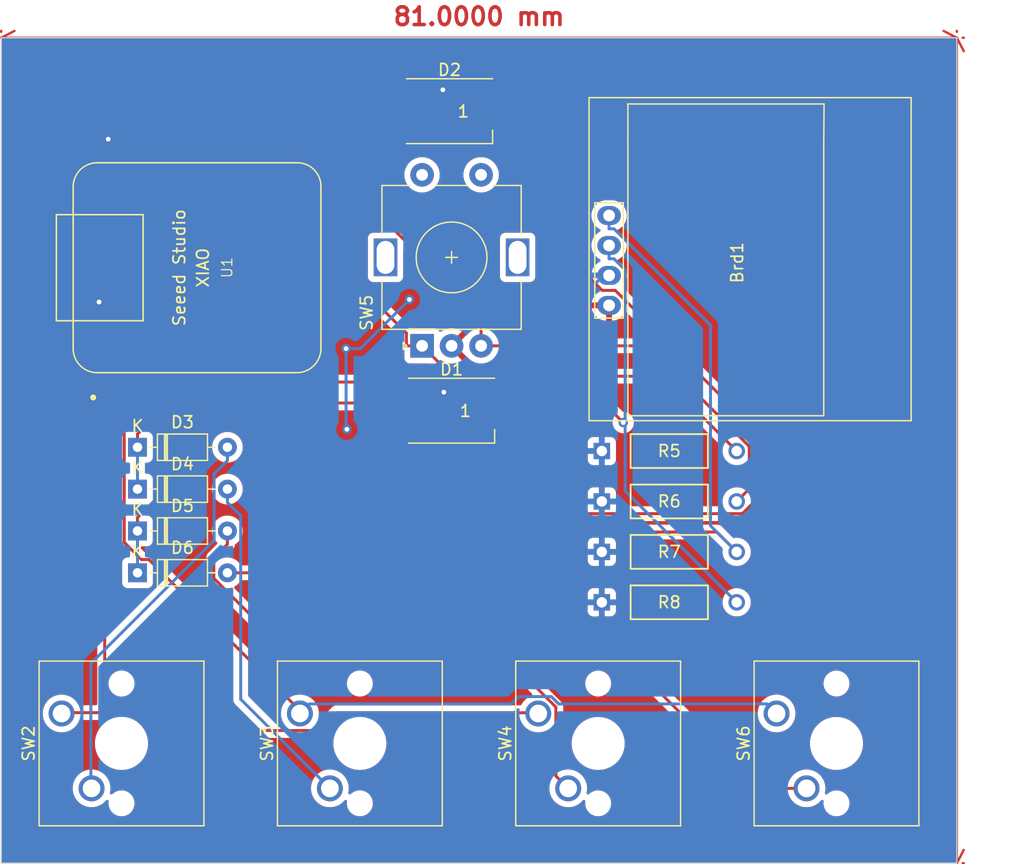
<source format=kicad_pcb>
(kicad_pcb (version 20221018) (generator pcbnew)
  (layers (0 "F.Cu" signal) (31 "B.Cu" signal) (34 "B.Paste" user) (35 "F.Paste" user) (36 "B.SilkS" user "B.Silkscreen") (37 "F.SilkS" user "F.Silkscreen") (38 "B.Mask" user) (39 "F.Mask" user) (44 "Edge.Cuts" user))
  (net 0 "")
  (net 1 "SCL")
  (net 2 "SDA")
  (net 3 "Net-(D1-DOUT)")
  (net 4 "GND")
  (net 5 "+3V3")
  (net 6 "NEO_DIN")
  (net 8 "+5V")
  (net 9 "ENC_A")
  (net 10 "ENC_B")
  (net 11 "ROW0")
  (net 16 "Net-(D3-A)")
  (net 17 "Net-(D4-A)")
  (net 18 "ROW1")
  (net 19 "Net-(D5-A)")
  (net 20 "Net-(D6-A)")
  (net 21 "COL0")
  (net 22 "COL1")
  (footprint "LED_SMD:LED_WS2812B_PLCC4_5.0x5.0mm_P3.2mm" (layer "F.Cu") (at 192.075 65.925)
    (fp_text reference "D1" (at 0 -3.5) (layer "F.SilkS"))
    (fp_text value "WS2812B")
    (fp_text user "1" (at 1.175 0.025) (layer "F.SilkS"))
    (fp_line (start -3.65 -2.75) (end 3.65 -2.75) (stroke (width 0.12)) (layer "F.SilkS"))
    (fp_line (start -3.65 2.75) (end 3.65 2.75) (stroke (width 0.12)) (layer "F.SilkS"))
    (fp_line (start 3.65 2.75) (end 3.65 1.6) (stroke (width 0.12)) (layer "F.SilkS"))
    (pad "1" smd rect (at -2.45 -1.65) (size 1.5 0.9) (layers "F.Cu" "F.Paste" "F.Mask") (net 8 "+5V"))
    (pad "2" smd rect (at -2.45 1.65) (size 1.5 0.9) (layers "F.Cu" "F.Paste" "F.Mask") (net 3 "Net-(D1-DOUT)"))
    (pad "3" smd rect (at 2.45 1.65) (size 1.5 0.9) (layers "F.Cu" "F.Paste" "F.Mask") (net 4 "GND"))
    (pad "4" smd rect (at 2.45 -1.65) (size 1.5 0.9) (layers "F.Cu" "F.Paste" "F.Mask") (net 6 "NEO_DIN"))
  )
  (footprint "RF:XIAO-SAMD21-RP2040-14P-2.54-21X17.8MM (Seeeduino XIAO)" (layer "F.Cu") (at 170.5 53.8 90)
    (fp_text reference "U1" (at 0 2.54 90) (layer "F.SilkS") (effects (font (size 0.889 0.889) (thickness 0.1016))))
    (fp_text value "Seeed Studio XIAO SAMD21" hide)
    (fp_text user "Seeed Studio" (at 0 -1.5 90 unlocked) (layer "F.SilkS"))
    (fp_text user "XIAO" (at 0 0.5 90 unlocked) (layer "F.SilkS"))
    (fp_line (start -8.9 -8.5) (end -8.9 8.5) (stroke (width 0.127)) (layer "F.SilkS"))
    (fp_line (start -6.9 10.5) (end 6.9 10.5) (stroke (width 0.127)) (layer "F.SilkS"))
    (fp_line (start -4.5 -11.92403) (end 4.5 -11.92403) (stroke (width 0.127)) (layer "F.SilkS"))
    (fp_line (start -4.5 -4.57073) (end -4.5 -11.92403) (stroke (width 0.127)) (layer "F.SilkS"))
    (fp_line (start 4.5 -11.92403) (end 4.5 -4.57073) (stroke (width 0.127)) (layer "F.SilkS"))
    (fp_line (start 4.5 -4.57073) (end -4.5 -4.57073) (stroke (width 0.127)) (layer "F.SilkS"))
    (fp_line (start 6.9 -10.49909) (end -6.9 -10.49909) (stroke (width 0.127)) (layer "F.SilkS"))
    (fp_line (start 8.9 8.5) (end 8.9 -8.5) (stroke (width 0.127)) (layer "F.SilkS"))
    (fp_arc (start -8.9 -8.5) (mid -8.301491 -9.901491) (end -6.9 -10.5) (stroke (width 0.12)) (layer "F.SilkS"))
    (fp_arc (start -6.9 10.5) (mid -8.301423 9.901423) (end -8.9 8.5) (stroke (width 0.12)) (layer "F.SilkS"))
    (fp_arc (start 6.9 -10.5) (mid 8.301491 -9.901491) (end 8.9 -8.5) (stroke (width 0.12)) (layer "F.SilkS"))
    (fp_arc (start 8.9 8.5) (mid 8.314214 9.914214) (end 6.9 10.5) (stroke (width 0.12)) (layer "F.SilkS"))
    (fp_circle (center -11 -8.8) (end -11 -9.054) (fill solid) (layer "F.SilkS"))
    (fp_poly (pts (xy -8.887715 -8.561705) (xy -8.884667 -8.610473) (xy -8.880603 -8.659494)) (stroke (width 0.0254)) (fill none) (layer "F.SilkS"))
    (fp_poly (pts (xy 8.889492 8.521574) (xy 8.887713 8.57085) (xy 8.884665 8.619618) (xy 8.880601 8.668639) (xy 8.875268 8.717407) (xy 8.868664 8.766175) (xy 8.861044 8.81469) (xy 8.852153 8.86295) (xy 8.842248 8.910955)) (stroke (width 0.0254)) (fill none) (layer "F.SilkS"))
    (pad "1" smd rect (at -8.5 -7.62 90) (size 3 2) (layers "F.Cu" "F.Paste" "F.Mask") (net 21 "COL0"))
    (pad "2" smd rect (at -8.5 -5.08 90) (size 3 2) (layers "F.Cu" "F.Paste" "F.Mask") (net 22 "COL1"))
    (pad "3" smd rect (at -8.5 -2.54 90) (size 3 2) (layers "F.Cu" "F.Paste" "F.Mask") (net 11 "ROW0"))
    (pad "4" smd rect (at -8.5 0 90) (size 3 2) (layers "F.Cu" "F.Paste" "F.Mask") (net 18 "ROW1"))
    (pad "5" smd rect (at -8.5 2.54 90) (size 3 2) (layers "F.Cu" "F.Paste" "F.Mask") (net 2 "SDA"))
    (pad "6" smd rect (at -8.5 5.08 270) (size 3 2) (layers "F.Cu" "F.Paste" "F.Mask") (net 1 "SCL"))
    (pad "7" smd rect (at -8.5 7.62 90) (size 3 2) (layers "F.Cu" "F.Paste" "F.Mask") (net 6 "NEO_DIN"))
    (pad "8" smd rect (at 8.5 7.62 90) (size 3 2) (layers "F.Cu" "F.Paste" "F.Mask"))
    (pad "9" smd rect (at 8.5 5.08 90) (size 3 2) (layers "F.Cu" "F.Paste" "F.Mask"))
    (pad "10" smd rect (at 8.5 2.54 90) (size 3 2) (layers "F.Cu" "F.Paste" "F.Mask") (net 9 "ENC_A"))
    (pad "11" smd rect (at 8.5 0 90) (size 3 2) (layers "F.Cu" "F.Paste" "F.Mask") (net 10 "ENC_B"))
    (pad "12" smd rect (at 8.5 -2.54 90) (size 3 2) (layers "F.Cu" "F.Paste" "F.Mask") (net 5 "+3V3"))
    (pad "13" smd rect (at 8.5 -5.08 90) (size 3 2) (layers "F.Cu" "F.Paste" "F.Mask") (net 4 "GND"))
    (pad "14" smd rect (at 8.5 -7.62 90) (size 3 2) (layers "F.Cu" "F.Paste" "F.Mask") (net 8 "+5V"))
    (pad "15" smd circle (at -1.27 -8.39 180) (size 1.5 1.5) (layers "F.Cu" "F.Paste" "F.Mask") (net 8 "+5V"))
    (pad "16" smd circle (at 1.27 -8.39 180) (size 1.5 1.5) (layers "F.Cu" "F.Paste" "F.Mask") (net 4 "GND"))
    (pad "17" smd circle (at -1.27 -5.85 180) (size 1.5 1.5) (layers "F.Cu" "F.Paste" "F.Mask"))
    (pad "18" smd circle (at 1.27 -5.85 180) (size 1.5 1.5) (layers "F.Cu" "F.Paste" "F.Mask"))
    (pad "19" smd rect (at -1.27 8.6 180) (size 2.3 1.3) (layers "F.Cu" "F.Paste" "F.Mask"))
    (pad "20" smd rect (at 1.27 8.6 180) (size 2.3 1.3) (layers "F.Cu" "F.Paste" "F.Mask") (net 4 "GND"))
  )
  (footprint "Diode_THT:D_DO-35_SOD27_P7.62mm_Horizontal" (layer "F.Cu") (at 165.455 79.675)
    (fp_text reference "D6" (at 3.81 -2.12) (layer "F.SilkS"))
    (fp_text value "D")
    (fp_text user "K" (at 0 -1.8) (layer "F.SilkS"))
    (fp_line (start 1.04 0) (end 1.69 0) (stroke (width 0.12)) (layer "F.SilkS"))
    (fp_line (start 1.69 -1.12) (end 1.69 1.12) (stroke (width 0.12)) (layer "F.SilkS"))
    (fp_line (start 1.69 1.12) (end 5.93 1.12) (stroke (width 0.12)) (layer "F.SilkS"))
    (fp_line (start 2.29 -1.12) (end 2.29 1.12) (stroke (width 0.12)) (layer "F.SilkS"))
    (fp_line (start 2.41 -1.12) (end 2.41 1.12) (stroke (width 0.12)) (layer "F.SilkS"))
    (fp_line (start 2.53 -1.12) (end 2.53 1.12) (stroke (width 0.12)) (layer "F.SilkS"))
    (fp_line (start 5.93 -1.12) (end 1.69 -1.12) (stroke (width 0.12)) (layer "F.SilkS"))
    (fp_line (start 5.93 1.12) (end 5.93 -1.12) (stroke (width 0.12)) (layer "F.SilkS"))
    (fp_line (start 6.58 0) (end 5.93 0) (stroke (width 0.12)) (layer "F.SilkS"))
    (pad "1" thru_hole rect (at 0 0) (size 1.6 1.6) (drill 0.8) (layers "*.Cu" "*.Mask") (net 18 "ROW1"))
    (pad "2" thru_hole oval (at 7.62 0) (size 1.6 1.6) (drill 0.8) (layers "*.Cu" "*.Mask") (net 20 "Net-(D6-A)"))
  )
  (footprint "Diode_THT:D_DO-35_SOD27_P7.62mm_Horizontal" (layer "F.Cu") (at 165.455 69.025)
    (fp_text reference "D3" (at 3.81 -2.12) (layer "F.SilkS"))
    (fp_text value "D")
    (fp_text user "K" (at 0 -1.8) (layer "F.SilkS"))
    (fp_line (start 1.04 0) (end 1.69 0) (stroke (width 0.12)) (layer "F.SilkS"))
    (fp_line (start 1.69 -1.12) (end 1.69 1.12) (stroke (width 0.12)) (layer "F.SilkS"))
    (fp_line (start 1.69 1.12) (end 5.93 1.12) (stroke (width 0.12)) (layer "F.SilkS"))
    (fp_line (start 2.29 -1.12) (end 2.29 1.12) (stroke (width 0.12)) (layer "F.SilkS"))
    (fp_line (start 2.41 -1.12) (end 2.41 1.12) (stroke (width 0.12)) (layer "F.SilkS"))
    (fp_line (start 2.53 -1.12) (end 2.53 1.12) (stroke (width 0.12)) (layer "F.SilkS"))
    (fp_line (start 5.93 -1.12) (end 1.69 -1.12) (stroke (width 0.12)) (layer "F.SilkS"))
    (fp_line (start 5.93 1.12) (end 5.93 -1.12) (stroke (width 0.12)) (layer "F.SilkS"))
    (fp_line (start 6.58 0) (end 5.93 0) (stroke (width 0.12)) (layer "F.SilkS"))
    (pad "1" thru_hole rect (at 0 0) (size 1.6 1.6) (drill 0.8) (layers "*.Cu" "*.Mask") (net 11 "ROW0"))
    (pad "2" thru_hole oval (at 7.62 0) (size 1.6 1.6) (drill 0.8) (layers "*.Cu" "*.Mask") (net 16 "Net-(D3-A)"))
  )
  (footprint "Button_Switch_Keyboard:SW_Cherry_MX_1.00u_PCB" (layer "F.Cu") (at 159.02 91.605 90)
    (fp_text reference "SW2" (at -2.54 -2.794 90) (layer "F.SilkS"))
    (fp_text value "SW_Push")
    (fp_line (start -9.525 -1.905) (end 4.445 -1.905) (stroke (width 0.12)) (layer "F.SilkS"))
    (fp_line (start -9.525 12.065) (end -9.525 -1.905) (stroke (width 0.12)) (layer "F.SilkS"))
    (fp_line (start 4.445 -1.905) (end 4.445 12.065) (stroke (width 0.12)) (layer "F.SilkS"))
    (fp_line (start 4.445 12.065) (end -9.525 12.065) (stroke (width 0.12)) (layer "F.SilkS"))
    (pad "" np_thru_hole circle (at -7.62 5.08 90) (size 1.7 1.7) (drill 1.7) (layers "*.Cu" "*.Mask"))
    (pad "" np_thru_hole circle (at -2.54 5.08 90) (size 4 4) (drill 4) (layers "*.Cu" "*.Mask"))
    (pad "" np_thru_hole circle (at 2.54 5.08 90) (size 1.7 1.7) (drill 1.7) (layers "*.Cu" "*.Mask"))
    (pad "1" thru_hole circle (at 0 0 90) (size 2.2 2.2) (drill 1.5) (layers "*.Cu" "*.Mask") (net 21 "COL0"))
    (pad "2" thru_hole circle (at -6.35 2.54 90) (size 2.2 2.2) (drill 1.5) (layers "*.Cu" "*.Mask") (net 16 "Net-(D3-A)"))
  )
  (footprint "Display:SSD1306_128x64" (layer "F.Cu") (at 216.025 53.375 90)
    (fp_text reference "Brd1" (at 0 0.254 90) (layer "F.SilkS"))
    (fp_text value "SSD1306")
    (fp_line (start -13.4 -12.3) (end 14 -12.3) (stroke (width 0.12)) (layer "F.SilkS"))
    (fp_line (start -13.4 15) (end -13.4 -12.3) (stroke (width 0.12)) (layer "F.SilkS"))
    (fp_line (start -12.978 -9.005) (end 10.122 -9.005) (stroke (width 0.12)) (layer "F.SilkS"))
    (fp_line (start -12.978 7.595) (end -12.978 -9.005) (stroke (width 0.12)) (layer "F.SilkS"))
    (fp_line (start -4.699 -11.811) (end -4.699 -9.398) (stroke (width 0.12)) (layer "F.SilkS"))
    (fp_line (start -4.699 -11.811) (end 5.08 -11.811) (stroke (width 0.12)) (layer "F.SilkS"))
    (fp_line (start 5.08 -11.811) (end 5.08 -9.398) (stroke (width 0.12)) (layer "F.SilkS"))
    (fp_line (start 5.08 -9.398) (end -4.699 -9.398) (stroke (width 0.12)) (layer "F.SilkS"))
    (fp_line (start 10.122 -9.005) (end 13.208 -9.005) (stroke (width 0.12)) (layer "F.SilkS"))
    (fp_line (start 10.122 7.595) (end -12.978 7.595) (stroke (width 0.12)) (layer "F.SilkS"))
    (fp_line (start 10.122 7.595) (end 13.462 7.62) (stroke (width 0.12)) (layer "F.SilkS"))
    (fp_line (start 13.462 -9.017) (end 13.208 -9.005) (stroke (width 0.12)) (layer "F.SilkS"))
    (fp_line (start 13.462 7.62) (end 13.462 -9.017) (stroke (width 0.12)) (layer "F.SilkS"))
    (fp_line (start 14 -12.3) (end 14 15) (stroke (width 0.12)) (layer "F.SilkS"))
    (fp_line (start 14 15) (end -13.4 15) (stroke (width 0.12)) (layer "F.SilkS"))
    (pad "1" thru_hole oval (at -3.62 -10.6 180) (size 2 1.6) (drill 1) (layers "*.Cu" "*.Mask") (net 4 "GND"))
    (pad "2" thru_hole oval (at -1.08 -10.6 180) (size 2 1.6) (drill 1) (layers "*.Cu" "*.Mask") (net 8 "+5V"))
    (pad "3" thru_hole oval (at 1.46 -10.6 180) (size 2 1.6) (drill 1) (layers "*.Cu" "*.Mask") (net 1 "SCL"))
    (pad "4" thru_hole oval (at 4 -10.6 180) (size 2 1.6) (drill 1) (layers "*.Cu" "*.Mask") (net 2 "SDA"))
  )
  (footprint "Diode_THT:D_DO-35_SOD27_P7.62mm_Horizontal" (layer "F.Cu") (at 165.455 72.575)
    (fp_text reference "D4" (at 3.81 -2.12) (layer "F.SilkS"))
    (fp_text value "D")
    (fp_text user "K" (at 0 -1.8) (layer "F.SilkS"))
    (fp_line (start 1.04 0) (end 1.69 0) (stroke (width 0.12)) (layer "F.SilkS"))
    (fp_line (start 1.69 -1.12) (end 1.69 1.12) (stroke (width 0.12)) (layer "F.SilkS"))
    (fp_line (start 1.69 1.12) (end 5.93 1.12) (stroke (width 0.12)) (layer "F.SilkS"))
    (fp_line (start 2.29 -1.12) (end 2.29 1.12) (stroke (width 0.12)) (layer "F.SilkS"))
    (fp_line (start 2.41 -1.12) (end 2.41 1.12) (stroke (width 0.12)) (layer "F.SilkS"))
    (fp_line (start 2.53 -1.12) (end 2.53 1.12) (stroke (width 0.12)) (layer "F.SilkS"))
    (fp_line (start 5.93 -1.12) (end 1.69 -1.12) (stroke (width 0.12)) (layer "F.SilkS"))
    (fp_line (start 5.93 1.12) (end 5.93 -1.12) (stroke (width 0.12)) (layer "F.SilkS"))
    (fp_line (start 6.58 0) (end 5.93 0) (stroke (width 0.12)) (layer "F.SilkS"))
    (pad "1" thru_hole rect (at 0 0) (size 1.6 1.6) (drill 0.8) (layers "*.Cu" "*.Mask") (net 11 "ROW0"))
    (pad "2" thru_hole oval (at 7.62 0) (size 1.6 1.6) (drill 0.8) (layers "*.Cu" "*.Mask") (net 17 "Net-(D4-A)"))
  )
  (footprint "Diode_THT:D_DO-35_SOD27_P7.62mm_Horizontal" (layer "F.Cu") (at 165.455 76.125)
    (fp_text reference "D5" (at 3.81 -2.12) (layer "F.SilkS"))
    (fp_text value "D")
    (fp_text user "K" (at 0 -1.8) (layer "F.SilkS"))
    (fp_line (start 1.04 0) (end 1.69 0) (stroke (width 0.12)) (layer "F.SilkS"))
    (fp_line (start 1.69 -1.12) (end 1.69 1.12) (stroke (width 0.12)) (layer "F.SilkS"))
    (fp_line (start 1.69 1.12) (end 5.93 1.12) (stroke (width 0.12)) (layer "F.SilkS"))
    (fp_line (start 2.29 -1.12) (end 2.29 1.12) (stroke (width 0.12)) (layer "F.SilkS"))
    (fp_line (start 2.41 -1.12) (end 2.41 1.12) (stroke (width 0.12)) (layer "F.SilkS"))
    (fp_line (start 2.53 -1.12) (end 2.53 1.12) (stroke (width 0.12)) (layer "F.SilkS"))
    (fp_line (start 5.93 -1.12) (end 1.69 -1.12) (stroke (width 0.12)) (layer "F.SilkS"))
    (fp_line (start 5.93 1.12) (end 5.93 -1.12) (stroke (width 0.12)) (layer "F.SilkS"))
    (fp_line (start 6.58 0) (end 5.93 0) (stroke (width 0.12)) (layer "F.SilkS"))
    (pad "1" thru_hole rect (at 0 0) (size 1.6 1.6) (drill 0.8) (layers "*.Cu" "*.Mask") (net 18 "ROW1"))
    (pad "2" thru_hole oval (at 7.62 0) (size 1.6 1.6) (drill 0.8) (layers "*.Cu" "*.Mask") (net 19 "Net-(D5-A)"))
  )
  (footprint "Rotary_Encoder:RotaryEncoder_Alps_EC11E-Switch_Vertical_H20mm" (layer "F.Cu") (at 189.575 60.425 90)
    (fp_text reference "SW5" (at 2.8 -4.7 90) (layer "F.SilkS"))
    (fp_text value "RotaryEncoder")
    (fp_line (start -0.3 -1.6) (end 0.3 -1.6) (stroke (width 0.12)) (layer "F.SilkS"))
    (fp_line (start 0 -1.3) (end -0.3 -1.6) (stroke (width 0.12)) (layer "F.SilkS"))
    (fp_line (start 0.3 -1.6) (end 0 -1.3) (stroke (width 0.12)) (layer "F.SilkS"))
    (fp_line (start 1.4 -3.4) (end 1.4 8.4) (stroke (width 0.12)) (layer "F.SilkS"))
    (fp_line (start 5.5 -3.4) (end 1.4 -3.4) (stroke (width 0.12)) (layer "F.SilkS"))
    (fp_line (start 5.5 8.4) (end 1.4 8.4) (stroke (width 0.12)) (layer "F.SilkS"))
    (fp_line (start 7 2.5) (end 8 2.5) (stroke (width 0.12)) (layer "F.SilkS"))
    (fp_line (start 7.5 2) (end 7.5 3) (stroke (width 0.12)) (layer "F.SilkS"))
    (fp_line (start 9.5 -3.4) (end 13.6 -3.4) (stroke (width 0.12)) (layer "F.SilkS"))
    (fp_line (start 13.6 -3.4) (end 13.6 -1) (stroke (width 0.12)) (layer "F.SilkS"))
    (fp_line (start 13.6 1.2) (end 13.6 3.8) (stroke (width 0.12)) (layer "F.SilkS"))
    (fp_line (start 13.6 6) (end 13.6 8.4) (stroke (width 0.12)) (layer "F.SilkS"))
    (fp_line (start 13.6 8.4) (end 9.5 8.4) (stroke (width 0.12)) (layer "F.SilkS"))
    (fp_circle (center 7.5 2.5) (end 10.5 2.5) (stroke (width 0.12)) (fill none) (layer "F.SilkS"))
    (pad "A" thru_hole rect (at 0 0 90) (size 2 2) (drill 1) (layers "*.Cu" "*.Mask") (net 9 "ENC_A"))
    (pad "B" thru_hole circle (at 0 5 90) (size 2 2) (drill 1) (layers "*.Cu" "*.Mask") (net 10 "ENC_B"))
    (pad "C" thru_hole circle (at 0 2.5 90) (size 2 2) (drill 1) (layers "*.Cu" "*.Mask") (net 4 "GND"))
    (pad "MP" thru_hole rect (at 7.5 -3.1 90) (size 3.2 2) (drill oval 2.8 1.5) (layers "*.Cu" "*.Mask"))
    (pad "MP" thru_hole rect (at 7.5 8.1 90) (size 3.2 2) (drill oval 2.8 1.5) (layers "*.Cu" "*.Mask"))
    (pad "S1" thru_hole circle (at 14.5 5 90) (size 2 2) (drill 1) (layers "*.Cu" "*.Mask"))
    (pad "S2" thru_hole circle (at 14.5 0 90) (size 2 2) (drill 1) (layers "*.Cu" "*.Mask"))
  )
  (footprint "Button_Switch_Keyboard:SW_Cherry_MX_1.00u_PCB" (layer "F.Cu") (at 219.62 91.605 90)
    (fp_text reference "SW6" (at -2.54 -2.794 90) (layer "F.SilkS"))
    (fp_text value "SW_Push")
    (fp_line (start -9.525 -1.905) (end 4.445 -1.905) (stroke (width 0.12)) (layer "F.SilkS"))
    (fp_line (start -9.525 12.065) (end -9.525 -1.905) (stroke (width 0.12)) (layer "F.SilkS"))
    (fp_line (start 4.445 -1.905) (end 4.445 12.065) (stroke (width 0.12)) (layer "F.SilkS"))
    (fp_line (start 4.445 12.065) (end -9.525 12.065) (stroke (width 0.12)) (layer "F.SilkS"))
    (pad "" np_thru_hole circle (at -7.62 5.08 90) (size 1.7 1.7) (drill 1.7) (layers "*.Cu" "*.Mask"))
    (pad "" np_thru_hole circle (at -2.54 5.08 90) (size 4 4) (drill 4) (layers "*.Cu" "*.Mask"))
    (pad "" np_thru_hole circle (at 2.54 5.08 90) (size 1.7 1.7) (drill 1.7) (layers "*.Cu" "*.Mask"))
    (pad "1" thru_hole circle (at 0 0 90) (size 2.2 2.2) (drill 1.5) (layers "*.Cu" "*.Mask") (net 22 "COL1"))
    (pad "2" thru_hole circle (at -6.35 2.54 90) (size 2.2 2.2) (drill 1.5) (layers "*.Cu" "*.Mask") (net 20 "Net-(D6-A)"))
  )
  (footprint "Resistor_THT:CF14JT4K70" (layer "F.Cu") (at 204.81 77.9)
    (fp_text reference "R7" (at 5.715 0 unlocked) (layer "F.SilkS"))
    (fp_text value "4.7k")
    (fp_line (start 2.4384 -1.4351) (end 2.4384 1.4351) (stroke (width 0.1524)) (layer "F.SilkS"))
    (fp_line (start 2.4384 1.4351) (end 8.9916 1.4351) (stroke (width 0.1524)) (layer "F.SilkS"))
    (fp_line (start 8.9916 -1.4351) (end 2.4384 -1.4351) (stroke (width 0.1524)) (layer "F.SilkS"))
    (fp_line (start 8.9916 1.4351) (end 8.9916 -1.4351) (stroke (width 0.1524)) (layer "F.SilkS"))
    (pad "1" thru_hole rect (at 0 0) (size 1.397 1.397) (drill 0.889) (layers "*.Cu" "*.Mask") (net 8 "+5V"))
    (pad "2" thru_hole circle (at 11.43 0) (size 1.397 1.397) (drill 0.889) (layers "*.Cu" "*.Mask") (net 2 "SDA"))
  )
  (footprint "Resistor_THT:CF14JT4K70" (layer "F.Cu") (at 204.81 82.1766)
    (fp_text reference "R8" (at 5.715 0 unlocked) (layer "F.SilkS"))
    (fp_text value "4.7k")
    (fp_line (start 2.4384 -1.4351) (end 2.4384 1.4351) (stroke (width 0.1524)) (layer "F.SilkS"))
    (fp_line (start 2.4384 1.4351) (end 8.9916 1.4351) (stroke (width 0.1524)) (layer "F.SilkS"))
    (fp_line (start 8.9916 -1.4351) (end 2.4384 -1.4351) (stroke (width 0.1524)) (layer "F.SilkS"))
    (fp_line (start 8.9916 1.4351) (end 8.9916 -1.4351) (stroke (width 0.1524)) (layer "F.SilkS"))
    (pad "1" thru_hole rect (at 0 0) (size 1.397 1.397) (drill 0.889) (layers "*.Cu" "*.Mask") (net 8 "+5V"))
    (pad "2" thru_hole circle (at 11.43 0) (size 1.397 1.397) (drill 0.889) (layers "*.Cu" "*.Mask") (net 1 "SCL"))
  )
  (footprint "Resistor_THT:CF14JT4K70" (layer "F.Cu") (at 204.81 69.3468)
    (fp_text reference "R5" (at 5.715 0 unlocked) (layer "F.SilkS"))
    (fp_text value "4.7k")
    (fp_line (start 2.4384 -1.4351) (end 2.4384 1.4351) (stroke (width 0.1524)) (layer "F.SilkS"))
    (fp_line (start 2.4384 1.4351) (end 8.9916 1.4351) (stroke (width 0.1524)) (layer "F.SilkS"))
    (fp_line (start 8.9916 -1.4351) (end 2.4384 -1.4351) (stroke (width 0.1524)) (layer "F.SilkS"))
    (fp_line (start 8.9916 1.4351) (end 8.9916 -1.4351) (stroke (width 0.1524)) (layer "F.SilkS"))
    (pad "1" thru_hole rect (at 0 0) (size 1.397 1.397) (drill 0.889) (layers "*.Cu" "*.Mask") (net 8 "+5V"))
    (pad "2" thru_hole circle (at 11.43 0) (size 1.397 1.397) (drill 0.889) (layers "*.Cu" "*.Mask") (net 9 "ENC_A"))
  )
  (footprint "Resistor_THT:CF14JT4K70" (layer "F.Cu") (at 204.81 73.6234)
    (fp_text reference "R6" (at 5.715 0 unlocked) (layer "F.SilkS"))
    (fp_text value "4.7k")
    (fp_line (start 2.4384 -1.4351) (end 2.4384 1.4351) (stroke (width 0.1524)) (layer "F.SilkS"))
    (fp_line (start 2.4384 1.4351) (end 8.9916 1.4351) (stroke (width 0.1524)) (layer "F.SilkS"))
    (fp_line (start 8.9916 -1.4351) (end 2.4384 -1.4351) (stroke (width 0.1524)) (layer "F.SilkS"))
    (fp_line (start 8.9916 1.4351) (end 8.9916 -1.4351) (stroke (width 0.1524)) (layer "F.SilkS"))
    (pad "1" thru_hole rect (at 0 0) (size 1.397 1.397) (drill 0.889) (layers "*.Cu" "*.Mask") (net 8 "+5V"))
    (pad "2" thru_hole circle (at 11.43 0) (size 1.397 1.397) (drill 0.889) (layers "*.Cu" "*.Mask") (net 10 "ENC_B"))
  )
  (footprint "LED_SMD:LED_WS2812B_PLCC4_5.0x5.0mm_P3.2mm" (layer "F.Cu") (at 191.9 40.525)
    (fp_text reference "D2" (at 0 -3.5) (layer "F.SilkS"))
    (fp_text value "WS2812B")
    (fp_text user "1" (at 1.175 0.025) (layer "F.SilkS"))
    (fp_line (start -3.65 -2.75) (end 3.65 -2.75) (stroke (width 0.12)) (layer "F.SilkS"))
    (fp_line (start -3.65 2.75) (end 3.65 2.75) (stroke (width 0.12)) (layer "F.SilkS"))
    (fp_line (start 3.65 2.75) (end 3.65 1.6) (stroke (width 0.12)) (layer "F.SilkS"))
    (pad "1" smd rect (at -2.45 -1.65) (size 1.5 0.9) (layers "F.Cu" "F.Paste" "F.Mask") (net 8 "+5V"))
    (pad "2" smd rect (at -2.45 1.65) (size 1.5 0.9) (layers "F.Cu" "F.Paste" "F.Mask"))
    (pad "3" smd rect (at 2.45 1.65) (size 1.5 0.9) (layers "F.Cu" "F.Paste" "F.Mask") (net 4 "GND"))
    (pad "4" smd rect (at 2.45 -1.65) (size 1.5 0.9) (layers "F.Cu" "F.Paste" "F.Mask") (net 3 "Net-(D1-DOUT)"))
  )
  (footprint "Button_Switch_Keyboard:SW_Cherry_MX_1.00u_PCB" (layer "F.Cu") (at 199.42 91.605 90)
    (fp_text reference "SW4" (at -2.54 -2.794 90) (layer "F.SilkS"))
    (fp_text value "SW_Push")
    (fp_line (start -9.525 -1.905) (end 4.445 -1.905) (stroke (width 0.12)) (layer "F.SilkS"))
    (fp_line (start -9.525 12.065) (end -9.525 -1.905) (stroke (width 0.12)) (layer "F.SilkS"))
    (fp_line (start 4.445 -1.905) (end 4.445 12.065) (stroke (width 0.12)) (layer "F.SilkS"))
    (fp_line (start 4.445 12.065) (end -9.525 12.065) (stroke (width 0.12)) (layer "F.SilkS"))
    (pad "" np_thru_hole circle (at -7.62 5.08 90) (size 1.7 1.7) (drill 1.7) (layers "*.Cu" "*.Mask"))
    (pad "" np_thru_hole circle (at -2.54 5.08 90) (size 4 4) (drill 4) (layers "*.Cu" "*.Mask"))
    (pad "" np_thru_hole circle (at 2.54 5.08 90) (size 1.7 1.7) (drill 1.7) (layers "*.Cu" "*.Mask"))
    (pad "1" thru_hole circle (at 0 0 90) (size 2.2 2.2) (drill 1.5) (layers "*.Cu" "*.Mask") (net 21 "COL0"))
    (pad "2" thru_hole circle (at -6.35 2.54 90) (size 2.2 2.2) (drill 1.5) (layers "*.Cu" "*.Mask") (net 19 "Net-(D5-A)"))
  )
  (footprint "Button_Switch_Keyboard:SW_Cherry_MX_1.00u_PCB" (layer "F.Cu") (at 179.22 91.605 90)
    (fp_text reference "SW3" (at -2.54 -2.794 90) (layer "F.SilkS"))
    (fp_text value "SW_Push")
    (fp_line (start -9.525 -1.905) (end 4.445 -1.905) (stroke (width 0.12)) (layer "F.SilkS"))
    (fp_line (start -9.525 12.065) (end -9.525 -1.905) (stroke (width 0.12)) (layer "F.SilkS"))
    (fp_line (start 4.445 -1.905) (end 4.445 12.065) (stroke (width 0.12)) (layer "F.SilkS"))
    (fp_line (start 4.445 12.065) (end -9.525 12.065) (stroke (width 0.12)) (layer "F.SilkS"))
    (pad "" np_thru_hole circle (at -7.62 5.08 90) (size 1.7 1.7) (drill 1.7) (layers "*.Cu" "*.Mask"))
    (pad "" np_thru_hole circle (at -2.54 5.08 90) (size 4 4) (drill 4) (layers "*.Cu" "*.Mask"))
    (pad "" np_thru_hole circle (at 2.54 5.08 90) (size 1.7 1.7) (drill 1.7) (layers "*.Cu" "*.Mask"))
    (pad "1" thru_hole circle (at 0 0 90) (size 2.2 2.2) (drill 1.5) (layers "*.Cu" "*.Mask") (net 22 "COL1"))
    (pad "2" thru_hole circle (at -6.35 2.54 90) (size 2.2 2.2) (drill 1.5) (layers "*.Cu" "*.Mask") (net 17 "Net-(D4-A)"))
  )
  (gr_line (start 153.9 104.3) (end 234.9 104.3) (stroke (width 0.1)) (layer "Edge.Cuts"))
  (gr_line (start 153.9 34.3) (end 153.9 104.3) (stroke (width 0.1)) (layer "Edge.Cuts"))
  (gr_line (start 234.9 34.3) (end 153.9 34.3) (stroke (width 0.1)) (layer "Edge.Cuts"))
  (gr_line (start 234.9 104.3) (end 234.9 34.3) (stroke (width 0.1)) (layer "Edge.Cuts"))
  (dimension (type aligned) (layer "F.Cu") (pts (xy 153.9 34.3) (xy 234.9 34.3)) (height 0) (gr_text "81.0000 mm" (at 194.4 32.5) (layer "F.Cu") (effects (font (size 1.5 1.5) (thickness 0.3)))) (format (prefix "") (suffix "") (units 3) (units_format 1) (precision 4)) (style (thickness 0.2) (arrow_length 1.27) (text_position_mode 0) (extension_height 0.58642) (extension_offset 0.5) keep_text_aligned))
  (dimension (type aligned) (layer "F.Cu") (pts (xy 234.9 34.3) (xy 234.9 104.3)) (height 0) (gr_text "70.0000 mm" (at 233.1 69.3 90) (layer "F.Cu") (effects (font (size 1.5 1.5) (thickness 0.3)))) (format (prefix "") (suffix "") (units 3) (units_format 1) (precision 4)) (style (thickness 0.2) (arrow_length 1.27) (text_position_mode 0) (extension_height 0.58642) (extension_offset 0.5) keep_text_aligned))
  (segment (start 176.7266 65.2735) (end 204.9656 65.2735) (width 0.25) (layer "F.Cu") (net 1))
  (segment (start 175.58 62.3) (end 175.58 64.1269) (width 0.25) (layer "F.Cu") (net 1))
  (segment (start 175.58 64.1269) (end 176.7266 65.2735) (width 0.25) (layer "F.Cu") (net 1))
  (segment (start 204.9656 65.2735) (end 206.6263 66.9342) (width 0.25) (layer "F.Cu") (net 1))
  (via (at 206.6263 66.9342) (size 0.8) (drill 0.4) (layers "F.Cu" "B.Cu") (net 1))
  (segment (start 205.8419 53.0419) (end 205.425 53.0419) (width 0.25) (layer "B.Cu") (net 1))
  (segment (start 205.425 51.915) (end 205.425 53.0419) (width 0.25) (layer "B.Cu") (net 1))
  (segment (start 206.7867 66.9342) (end 206.7867 53.9867) (width 0.25) (layer "B.Cu") (net 1))
  (segment (start 206.7867 72.7233) (end 206.7867 66.9342) (width 0.25) (layer "B.Cu") (net 1))
  (segment (start 216.24 82.1766) (end 206.7867 72.7233) (width 0.25) (layer "B.Cu") (net 1))
  (segment (start 206.7867 66.9342) (end 206.6263 66.9342) (width 0.25) (layer "B.Cu") (net 1))
  (segment (start 206.7867 53.9867) (end 205.8419 53.0419) (width 0.25) (layer "B.Cu") (net 1))
  (segment (start 185.1267 76.2136) (end 214.5536 76.2136) (width 0.25) (layer "F.Cu") (net 2))
  (segment (start 173.04 62.3) (end 173.04 64.1269) (width 0.25) (layer "F.Cu") (net 2))
  (segment (start 214.5536 76.2136) (end 216.24 77.9) (width 0.25) (layer "F.Cu") (net 2))
  (segment (start 173.04 64.1269) (end 185.1267 76.2136) (width 0.25) (layer "F.Cu") (net 2))
  (segment (start 205.8476 50.5019) (end 214.0202 58.6745) (width 0.25) (layer "B.Cu") (net 2))
  (segment (start 205.425 49.375) (end 205.425 50.5019) (width 0.25) (layer "B.Cu") (net 2))
  (segment (start 214.0202 75.6802) (end 216.24 77.9) (width 0.25) (layer "B.Cu") (net 2))
  (segment (start 214.0202 58.6745) (end 214.0202 75.6802) (width 0.25) (layer "B.Cu") (net 2))
  (segment (start 205.425 50.5019) (end 205.8476 50.5019) (width 0.25) (layer "B.Cu") (net 2))
  (segment (start 189.625 67.575) (end 190.7019 67.575) (width 0.25) (layer "F.Cu") (net 3))
  (segment (start 197.7862 74.6593) (end 216.7192 74.6593) (width 0.25) (layer "F.Cu") (net 3))
  (segment (start 217.806 73.5725) (end 217.806 67.5805) (width 0.25) (layer "F.Cu") (net 3))
  (segment (start 190.7019 67.575) (end 197.7862 74.6593) (width 0.25) (layer "F.Cu") (net 3))
  (segment (start 204.845 55.725) (end 196.8746 47.7546) (width 0.25) (layer "F.Cu") (net 3))
  (segment (start 217.806 67.5805) (end 205.9505 55.725) (width 0.25) (layer "F.Cu") (net 3))
  (segment (start 194.35 38.875) (end 195.4269 38.875) (width 0.25) (layer "F.Cu") (net 3))
  (segment (start 205.9505 55.725) (end 204.845 55.725) (width 0.25) (layer "F.Cu") (net 3))
  (segment (start 196.8746 40.3227) (end 195.4269 38.875) (width 0.25) (layer "F.Cu") (net 3))
  (segment (start 196.8746 47.7546) (end 196.8746 40.3227) (width 0.25) (layer "F.Cu") (net 3))
  (segment (start 216.7192 74.6593) (end 217.806 73.5725) (width 0.25) (layer "F.Cu") (net 3))
  (via (at 183.2 67.5) (size 0.8) (drill 0.4) (layers "F.Cu" "B.Cu") (net 4))
  (via (at 183.133114 60.658687) (size 0.8) (drill 0.4) (layers "F.Cu" "B.Cu") (net 4))
  (via (at 188.5 56.5) (size 0.8) (drill 0.4) (layers "F.Cu" "B.Cu") (net 4))
  (segment (start 184.341313 60.658687) (end 183.133114 60.658687) (width 0.25) (layer "B.Cu") (net 4))
  (segment (start 188.5 56.5) (end 184.341313 60.658687) (width 0.25) (layer "B.Cu") (net 4))
  (segment (start 183.133114 67.433114) (end 183.2 67.5) (width 0.25) (layer "B.Cu") (net 4))
  (segment (start 183.133114 60.658687) (end 183.133114 67.433114) (width 0.25) (layer "B.Cu") (net 4))
  (segment (start 194.525 64.275) (end 193.4481 64.275) (width 0.25) (layer "F.Cu") (net 6))
  (segment (start 178.12 62.3) (end 178.12 64.1269) (width 0.25) (layer "F.Cu") (net 6))
  (segment (start 193.4481 64.275) (end 192.6712 63.4981) (width 0.25) (layer "F.Cu") (net 6))
  (segment (start 180.0757 63.4981) (end 179.4469 64.1269) (width 0.25) (layer "F.Cu") (net 6))
  (segment (start 179.4469 64.1269) (end 178.12 64.1269) (width 0.25) (layer "F.Cu") (net 6))
  (segment (start 192.6712 63.4981) (end 180.0757 63.4981) (width 0.25) (layer "F.Cu") (net 6))
  (segment (start 190.6894 38.7125) (end 190.5269 38.875) (width 0.25) (layer "F.Cu") (net 8))
  (segment (start 189.45 38.875) (end 190.5269 38.875) (width 0.25) (layer "F.Cu") (net 8))
  (segment (start 189.625 64.275) (end 190.7019 64.275) (width 0.25) (layer "F.Cu") (net 8))
  (segment (start 162.9767 42.9) (end 162.88 42.9967) (width 0.25) (layer "F.Cu") (net 8))
  (segment (start 191.421 64.3568) (end 190.7837 64.3568) (width 0.25) (layer "F.Cu") (net 8))
  (segment (start 162.1967 56.71) (end 162.11 56.6233) (width 0.25) (layer "F.Cu") (net 8))
  (segment (start 191.3335 38.7125) (end 190.6894 38.7125) (width 0.25) (layer "F.Cu") (net 8))
  (segment (start 162.88 42.9967) (end 162.88 45.3) (width 0.25) (layer "F.Cu") (net 8))
  (segment (start 162.11 56.6233) (end 162.11 55.07) (width 0.25) (layer "F.Cu") (net 8))
  (segment (start 190.7837 64.3568) (end 190.7019 64.275) (width 0.25) (layer "F.Cu") (net 8))
  (via (at 191.421 64.3568) (size 0.8) (drill 0.4) (layers "F.Cu" "B.Cu") (net 8))
  (via (at 191.3335 38.7125) (size 0.8) (drill 0.4) (layers "F.Cu" "B.Cu") (net 8))
  (via (at 162.1967 56.71) (size 0.8) (drill 0.4) (layers "F.Cu" "B.Cu") (net 8))
  (via (at 162.9767 42.9) (size 0.8) (drill 0.4) (layers "F.Cu" "B.Cu") (net 8))
  (segment (start 205.425 54.455) (end 204.945 54.455) (width 0.25) (layer "B.Cu") (net 8))
  (segment (start 204.945 54.455) (end 202.8 56.6) (width 0.25) (layer "B.Cu") (net 8))
  (segment (start 173.04 45.3) (end 173.04 47.1269) (width 0.25) (layer "F.Cu") (net 9))
  (segment (start 192.15 63) (end 189.575 60.425) (width 0.25) (layer "F.Cu") (net 9))
  (segment (start 176.0281 47.1269) (end 188.2481 59.3469) (width 0.25) (layer "F.Cu") (net 9))
  (segment (start 188.2481 59.3469) (end 188.2481 60.425) (width 0.25) (layer "F.Cu") (net 9))
  (segment (start 173.04 47.1269) (end 176.0281 47.1269) (width 0.25) (layer "F.Cu") (net 9))
  (segment (start 189.575 60.425) (end 188.2481 60.425) (width 0.25) (layer "F.Cu") (net 9))
  (segment (start 216.24 69.3468) (end 209.8932 63) (width 0.25) (layer "F.Cu") (net 9))
  (segment (start 209.8932 63) (end 192.15 63) (width 0.25) (layer "F.Cu") (net 9))
  (segment (start 170.5 43.4731) (end 180.0917 43.4731) (width 0.25) (layer "F.Cu") (net 10))
  (segment (start 194.575 57.9564) (end 194.575 60.425) (width 0.25) (layer "F.Cu") (net 10))
  (segment (start 170.5 45.3) (end 170.5 43.4731) (width 0.25) (layer "F.Cu") (net 10))
  (segment (start 216.24 73.6234) (end 217.309 72.5544) (width 0.25) (layer "F.Cu") (net 10))
  (segment (start 208.7742 60.425) (end 194.575 60.425) (width 0.25) (layer "F.Cu") (net 10))
  (segment (start 217.309 68.9598) (end 208.7742 60.425) (width 0.25) (layer "F.Cu") (net 10))
  (segment (start 217.309 72.5544) (end 217.309 68.9598) (width 0.25) (layer "F.Cu") (net 10))
  (segment (start 180.0917 43.4731) (end 194.575 57.9564) (width 0.25) (layer "F.Cu") (net 10))
  (segment (start 167.96 65.3931) (end 167.96 62.3) (width 0.25) (layer "F.Cu") (net 11))
  (segment (start 165.455 67.8981) (end 167.96 65.3931) (width 0.25) (layer "F.Cu") (net 11))
  (segment (start 165.455 69.025) (end 165.455 67.8981) (width 0.25) (layer "F.Cu") (net 11))
  (segment (start 165.455 69.025) (end 165.455 72.575) (width 0.25) (layer "B.Cu") (net 11))
  (segment (start 161.4996 87.3693) (end 161.4996 97.8946) (width 0.25) (layer "B.Cu") (net 16))
  (segment (start 173.075 70.1519) (end 171.9481 71.2788) (width 0.25) (layer "B.Cu") (net 16))
  (segment (start 171.9481 71.2788) (end 171.9481 76.9208) (width 0.25) (layer "B.Cu") (net 16))
  (segment (start 161.4996 97.8946) (end 161.56 97.955) (width 0.25) (layer "B.Cu") (net 16))
  (segment (start 173.075 69.025) (end 173.075 70.1519) (width 0.25) (layer "B.Cu") (net 16))
  (segment (start 171.9481 76.9208) (end 161.4996 87.3693) (width 0.25) (layer "B.Cu") (net 16))
  (segment (start 174.2019 74.8288) (end 173.075 73.7019) (width 0.25) (layer "B.Cu") (net 17))
  (segment (start 174.2019 90.3969) (end 174.2019 74.8288) (width 0.25) (layer "B.Cu") (net 17))
  (segment (start 181.76 97.955) (end 174.2019 90.3969) (width 0.25) (layer "B.Cu") (net 17))
  (segment (start 173.075 72.575) (end 173.075 73.7019) (width 0.25) (layer "B.Cu") (net 17))
  (segment (start 165.455 76.125) (end 165.455 74.9981) (width 0.25) (layer "F.Cu") (net 18))
  (segment (start 170.5 69.9531) (end 170.5 62.3) (width 0.25) (layer "F.Cu") (net 18))
  (segment (start 165.455 74.9981) (end 170.5 69.9531) (width 0.25) (layer "F.Cu") (net 18))
  (segment (start 165.455 76.125) (end 165.455 79.675) (width 0.25) (layer "B.Cu") (net 18))
  (segment (start 197.4917 87.6381) (end 200.9135 91.0599) (width 0.25) (layer "F.Cu") (net 19))
  (segment (start 200.9135 91.0599) (end 200.9135 96.9085) (width 0.25) (layer "F.Cu") (net 19))
  (segment (start 179.4196 87.6381) (end 197.4917 87.6381) (width 0.25) (layer "F.Cu") (net 19))
  (segment (start 200.9135 96.9085) (end 201.96 97.955) (width 0.25) (layer "F.Cu") (net 19))
  (segment (start 171.9227 78.4042) (end 171.9227 80.1412) (width 0.25) (layer "F.Cu") (net 19))
  (segment (start 173.075 76.125) (end 173.075 77.2519) (width 0.25) (layer "F.Cu") (net 19))
  (segment (start 173.075 77.2519) (end 171.9227 78.4042) (width 0.25) (layer "F.Cu") (net 19))
  (segment (start 171.9227 80.1412) (end 179.4196 87.6381) (width 0.25) (layer "F.Cu") (net 19))
  (segment (start 173.075 79.675) (end 199.5853 79.675) (width 0.25) (layer "F.Cu") (net 20))
  (segment (start 199.5853 79.675) (end 217.8653 97.955) (width 0.25) (layer "F.Cu") (net 20))
  (segment (start 217.8653 97.955) (end 222.16 97.955) (width 0.25) (layer "F.Cu") (net 20))
  (segment (start 169.4301 91.5356) (end 162.6727 91.5356) (width 0.25) (layer "F.Cu") (net 21))
  (segment (start 162.6727 91.5356) (end 162.6727 64.3342) (width 0.25) (layer "F.Cu") (net 21))
  (segment (start 159.0894 91.5356) (end 159.02 91.605) (width 0.25) (layer "F.Cu") (net 21))
  (segment (start 162.6727 91.5356) (end 159.0894 91.5356) (width 0.25) (layer "F.Cu") (net 21))
  (segment (start 199.42 91.605) (end 199.3591 91.5441) (width 0.25) (layer "F.Cu") (net 21))
  (segment (start 162.6727 64.3342) (end 162.88 64.1269) (width 0.25) (layer "F.Cu") (net 21))
  (segment (start 180.8609 93.0489) (end 170.9434 93.0489) (width 0.25) (layer "F.Cu") (net 21))
  (segment (start 162.88 62.3) (end 162.88 64.1269) (width 0.25) (layer "F.Cu") (net 21))
  (segment (start 199.3591 91.5441) (end 182.3657 91.5441) (width 0.25) (layer "F.Cu") (net 21))
  (segment (start 182.3657 91.5441) (end 180.8609 93.0489) (width 0.25) (layer "F.Cu") (net 21))
  (segment (start 170.9434 93.0489) (end 169.4301 91.5356) (width 0.25) (layer "F.Cu") (net 21))
  (segment (start 165.42 62.3) (end 165.42 64.1269) (width 0.25) (layer "F.Cu") (net 22))
  (segment (start 166.4195 78.5481) (end 165.7853 78.5481) (width 0.25) (layer "F.Cu") (net 22))
  (segment (start 164.3281 77.0909) (end 164.3281 65.2188) (width 0.25) (layer "F.Cu") (net 22))
  (segment (start 179.22 91.605) (end 179.22 91.3486) (width 0.25) (layer "F.Cu") (net 22))
  (segment (start 179.22 91.3486) (end 166.4195 78.5481) (width 0.25) (layer "F.Cu") (net 22))
  (segment (start 164.3281 65.2188) (end 165.42 64.1269) (width 0.25) (layer "F.Cu") (net 22))
  (segment (start 165.7853 78.5481) (end 164.3281 77.0909) (width 0.25) (layer "F.Cu") (net 22))
  (segment (start 200.5271 90.1721) (end 201.1468 90.7918) (width 0.25) (layer "B.Cu") (net 22))
  (segment (start 197.1493 90.7919) (end 197.7691 90.1721) (width 0.25) (layer "B.Cu") (net 22))
  (segment (start 218.8068 90.7918) (end 219.62 91.605) (width 0.25) (layer "B.Cu") (net 22))
  (segment (start 180.0331 90.7919) (end 197.1493 90.7919) (width 0.25) (layer "B.Cu") (net 22))
  (segment (start 197.7691 90.1721) (end 200.5271 90.1721) (width 0.25) (layer "B.Cu") (net 22))
  (segment (start 179.22 91.605) (end 180.0331 90.7919) (width 0.25) (layer "B.Cu") (net 22))
  (segment (start 201.1468 90.7918) (end 218.8068 90.7918) (width 0.25) (layer "B.Cu") (net 22))
  (zone (net 4) (net_name "GND") (layer "F.Cu") (connect_pads (clearance 0.5)) (min_thickness 0.25) (fill yes (thermal_gap 0.5) (thermal_bridge_width 0.5))
    (polygon (pts (xy 153.9 34.3) (xy 153.9 104.3) (xy 234.9 104.3) (xy 234.9 34.3)))
  )
  (zone (net 8) (net_name "+5V") (layer "B.Cu") (priority 1) (connect_pads (clearance 0.5)) (min_thickness 0.25) (fill yes (thermal_gap 0.5) (thermal_bridge_width 0.5))
    (polygon (pts (xy 234.9 34.3) (xy 234.9 104.3) (xy 153.9 104.3) (xy 153.9 34.3)))
  )
)
</source>
